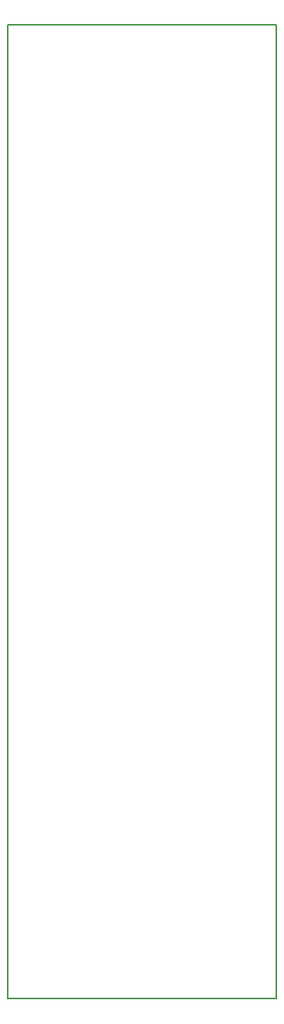
<source format=gbr>
G04 #@! TF.GenerationSoftware,KiCad,Pcbnew,5.0.2-bee76a0~70~ubuntu18.04.1*
G04 #@! TF.CreationDate,2019-04-14T16:07:02+08:00*
G04 #@! TF.ProjectId,LFO,4c464f2e-6b69-4636-9164-5f7063625858,rev?*
G04 #@! TF.SameCoordinates,PX8d9ee20PY6422c40*
G04 #@! TF.FileFunction,Profile,NP*
%FSLAX46Y46*%
G04 Gerber Fmt 4.6, Leading zero omitted, Abs format (unit mm)*
G04 Created by KiCad (PCBNEW 5.0.2-bee76a0~70~ubuntu18.04.1) date Sun Apr 14 16:07:02 2019*
%MOMM*%
%LPD*%
G01*
G04 APERTURE LIST*
%ADD10C,0.200000*%
G04 APERTURE END LIST*
D10*
X-14737839Y53248560D02*
X-14737839Y-53251440D01*
X14742160Y-53251440D02*
X14742160Y53248560D01*
X-14737839Y-53251440D02*
X14742160Y-53251440D01*
X14742160Y53248560D02*
X-14737839Y53248560D01*
M02*

</source>
